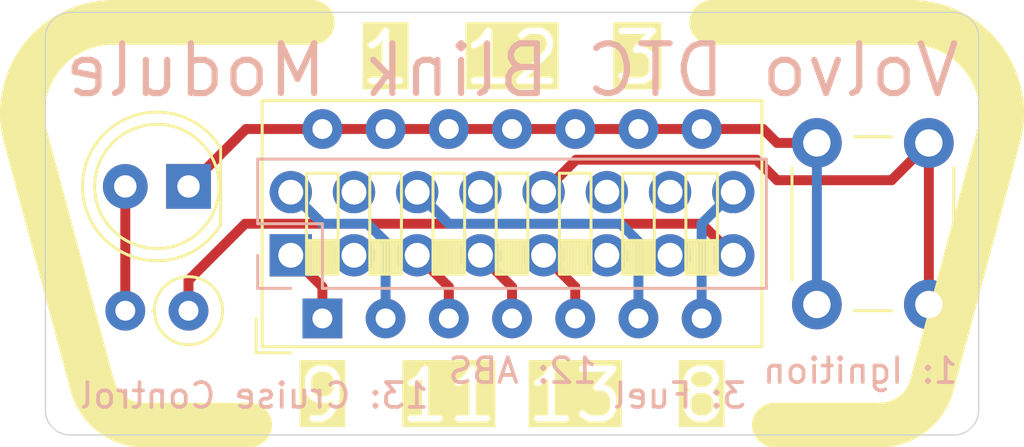
<source format=kicad_pcb>
(kicad_pcb (version 20240108) (generator "pcbnew") (generator_version "8.0")
  (layers (0 "F.Cu" signal) (31 "B.Cu" signal) (34 "B.Paste" user) (35 "F.Paste" user) (36 "B.SilkS" user "B.Silkscreen") (37 "F.SilkS" user "F.Silkscreen") (38 "B.Mask" user) (39 "F.Mask" user) (44 "Edge.Cuts" user))
  (net 0 "")
  (net 8 "Net-(J1-Pin_5)")
  (net 9 "+12V")
  (net 10 "Net-(J1-Pin_7)")
  (net 11 "Net-(J1-Pin_1)")
  (net 12 "Net-(J1-Pin_6)")
  (net 13 "Net-(J1-Pin_2)")
  (net 14 "GND")
  (net 15 "Net-(J1-Pin_16)")
  (net 16 "Net-(J1-Pin_9)")
  (net 17 "Net-(D1-K)")
  (net 18 "Net-(D1-A)")
  (footprint "Button_Switch_THT:SW_DIP_SPSTx07_Slide_9.78x19.96mm_W7.62mm_P2.54mm" (layer "F.Cu") (at 142.38 103.81 90)
    (property "Reference" "SW1" (hide yes))
    (property "Value" "SW_DIP_x07" (hide yes))
    (fp_line (start -1.38 -2.66) (end 0.004 -2.66) (stroke (width 0.12)) (layer "F.SilkS"))
    (fp_line (start -1.38 -2.66) (end -1.38 -1.277) (stroke (width 0.12)) (layer "F.SilkS"))
    (fp_line (start 8.76 -2.42) (end 8.76 17.661) (stroke (width 0.12)) (layer "F.SilkS"))
    (fp_line (start -1.14 -2.42) (end 8.76 -2.42) (stroke (width 0.12)) (layer "F.SilkS"))
    (fp_line (start -1.14 -2.42) (end -1.14 17.661) (stroke (width 0.12)) (layer "F.SilkS"))
    (fp_line (start 5.84 -0.635) (end 1.78 -0.635) (stroke (width 0.12)) (layer "F.SilkS"))
    (fp_line (start 3.133333 -0.635) (end 3.133333 0.635) (stroke (width 0.12)) (layer "F.SilkS"))
    (fp_line (start 1.78 -0.635) (end 1.78 0.635) (stroke (width 0.12)) (layer "F.SilkS"))
    (fp_line (start 1.78 -0.515) (end 3.133333 -0.515) (stroke (width 0.12)) (layer "F.SilkS"))
    (fp_line (start 1.78 -0.395) (end 3.133333 -0.395) (stroke (width 0.12)) (layer "F.SilkS"))
    (fp_line (start 1.78 -0.275) (end 3.133333 -0.275) (stroke (width 0.12)) (layer "F.SilkS"))
    (fp_line (start 1.78 -0.155) (end 3.133333 -0.155) (stroke (width 0.12)) (layer "F.SilkS"))
    (fp_line (start 1.78 -0.035) (end 3.133333 -0.035) (stroke (width 0.12)) (layer "F.SilkS"))
    (fp_line (start 1.78 0.085) (end 3.133333 0.085) (stroke (width 0.12)) (layer "F.SilkS"))
    (fp_line (start 1.78 0.205) (end 3.133333 0.205) (stroke (width 0.12)) (layer "F.SilkS"))
    (fp_line (start 1.78 0.325) (end 3.133333 0.325) (stroke (width 0.12)) (layer "F.SilkS"))
    (fp_line (start 1.78 0.445) (end 3.133333 0.445) (stroke (width 0.12)) (layer "F.SilkS"))
    (fp_line (start 1.78 0.565) (end 3.133333 0.565) (stroke (width 0.12)) (layer "F.SilkS"))
    (fp_line (start 5.84 0.635) (end 5.84 -0.635) (stroke (width 0.12)) (layer "F.SilkS"))
    (fp_line (start 1.78 0.635) (end 5.84 0.635) (stroke (width 0.12)) (layer "F.SilkS"))
    (fp_line (start 5.84 1.905) (end 1.78 1.905) (stroke (width 0.12)) (layer "F.SilkS"))
    (fp_line (start 3.133333 1.905) (end 3.133333 3.175) (stroke (width 0.12)) (layer "F.SilkS"))
    (fp_line (start 1.78 1.905) (end 1.78 3.175) (stroke (width 0.12)) (layer "F.SilkS"))
    (fp_line (start 1.78 2.025) (end 3.133333 2.025) (stroke (width 0.12)) (layer "F.SilkS"))
    (fp_line (start 1.78 2.145) (end 3.133333 2.145) (stroke (width 0.12)) (layer "F.SilkS"))
    (fp_line (start 1.78 2.265) (end 3.133333 2.265) (stroke (width 0.12)) (layer "F.SilkS"))
    (fp_line (start 1.78 2.385) (end 3.133333 2.385) (stroke (width 0.12)) (layer "F.SilkS"))
    (fp_line (start 1.78 2.505) (end 3.133333 2.505) (stroke (width 0.12)) (layer "F.SilkS"))
    (fp_line (start 1.78 2.625) (end 3.133333 2.625) (stroke (width 0.12)) (layer "F.SilkS"))
    (fp_line (start 1.78 2.745) (end 3.133333 2.745) (stroke (width 0.12)) (layer "F.SilkS"))
    (fp_line (start 1.78 2.865) (end 3.133333 2.865) (stroke (width 0.12)) (layer "F.SilkS"))
    (fp_line (start 1.78 2.985) (end 3.133333 2.985) (stroke (width 0.12)) (layer "F.SilkS"))
    (fp_line (start 1.78 3.105) (end 3.133333 3.105) (stroke (width 0.12)) (layer "F.SilkS"))
    (fp_line (start 5.84 3.175) (end 5.84 1.905) (stroke (width 0.12)) (layer "F.SilkS"))
    (fp_line (start 1.78 3.175) (end 5.84 3.175) (stroke (width 0.12)) (layer "F.SilkS"))
    (fp_line (start 5.84 4.445) (end 1.78 4.445) (stroke (width 0.12)) (layer "F.SilkS"))
    (fp_line (start 3.133333 4.445) (end 3.133333 5.715) (stroke (width 0.12)) (layer "F.SilkS"))
    (fp_line (start 1.78 4.445) (end 1.78 5.715) (stroke (width 0.12)) (layer "F.SilkS"))
    (fp_line (start 1.78 4.565) (end 3.133333 4.565) (stroke (width 0.12)) (layer "F.SilkS"))
    (fp_line (start 1.78 4.685) (end 3.133333 4.685) (stroke (width 0.12)) (layer "F.SilkS"))
    (fp_line (start 1.78 4.805) (end 3.133333 4.805) (stroke (width 0.12)) (layer "F.SilkS"))
    (fp_line (start 1.78 4.925) (end 3.133333 4.925) (stroke (width 0.12)) (layer "F.SilkS"))
    (fp_line (start 1.78 5.045) (end 3.133333 5.045) (stroke (width 0.12)) (layer "F.SilkS"))
    (fp_line (start 1.78 5.165) (end 3.133333 5.165) (stroke (width 0.12)) (layer "F.SilkS"))
    (fp_line (start 1.78 5.285) (end 3.133333 5.285) (stroke (width 0.12)) (layer "F.SilkS"))
    (fp_line (start 1.78 5.405) (end 3.133333 5.405) (stroke (width 0.12)) (layer "F.SilkS"))
    (fp_line (start 1.78 5.525) (end 3.133333 5.525) (stroke (width 0.12)) (layer "F.SilkS"))
    (fp_line (start 1.78 5.645) (end 3.133333 5.645) (stroke (width 0.12)) (layer "F.SilkS"))
    (fp_line (start 5.84 5.715) (end 5.84 4.445) (stroke (width 0.12)) (layer "F.SilkS"))
    (fp_line (start 1.78 5.715) (end 5.84 5.715) (stroke (width 0.12)) (layer "F.SilkS"))
    (fp_line (start 5.84 6.985) (end 1.78 6.985) (stroke (width 0.12)) (layer "F.SilkS"))
    (fp_line (start 3.133333 6.985) (end 3.133333 8.255) (stroke (width 0.12)) (layer "F.SilkS"))
    (fp_line (start 1.78 6.985) (end 1.78 8.255) (stroke (width 0.12)) (layer "F.SilkS"))
    (fp_line (start 1.78 7.105) (end 3.133333 7.105) (stroke (width 0.12)) (layer "F.SilkS"))
    (fp_line (start 1.78 7.225) (end 3.133333 7.225) (stroke (width 0.12)) (layer "F.SilkS"))
    (fp_line (start 1.78 7.345) (end 3.133333 7.345) (stroke (width 0.12)) (layer "F.SilkS"))
    (fp_line (start 1.78 7.465) (end 3.133333 7.465) (stroke (width 0.12)) (layer "F.SilkS"))
    (fp_line (start 1.78 7.585) (end 3.133333 7.585) (stroke (width 0.12)) (layer "F.SilkS"))
    (fp_line (start 1.78 7.705) (end 3.133333 7.705) (stroke (width 0.12)) (layer "F.SilkS"))
    (fp_line (start 1.78 7.825) (end 3.133333 7.825) (stroke (width 0.12)) (layer "F.SilkS"))
    (fp_line (start 1.78 7.945) (end 3.133333 7.945) (stroke (width 0.12)) (layer "F.SilkS"))
    (fp_line (start 1.78 8.065) (end 3.133333 8.065) (stroke (width 0.12)) (layer "F.SilkS"))
    (fp_line (start 1.78 8.185) (end 3.133333 8.185) (stroke (width 0.12)) (layer "F.SilkS"))
    (fp_line (start 5.84 8.255) (end 5.84 6.985) (stroke (width 0.12)) (layer "F.SilkS"))
    (fp_line (start 1.78 8.255) (end 5.84 8.255) (stroke (width 0.12)) (layer "F.SilkS"))
    (fp_line (start 5.84 9.525) (end 1.78 9.525) (stroke (width 0.12)) (layer "F.SilkS"))
    (fp_line (start 3.133333 9.525) (end 3.133333 10.795) (stroke (width 0.12)) (layer "F.SilkS"))
    (fp_line (start 1.78 9.525) (end 1.78 10.795) (stroke (width 0.12)) (layer "F.SilkS"))
    (fp_line (start 1.78 9.645) (end 3.133333 9.645) (stroke (width 0.12)) (layer "F.SilkS"))
    (fp_line (start 1.78 9.765) (end 3.133333 9.765) (stroke (width 0.12)) (layer "F.SilkS"))
    (fp_line (start 1.78 9.885) (end 3.133333 9.885) (stroke (width 0.12)) (layer "F.SilkS"))
    (fp_line (start 1.78 10.005) (end 3.133333 10.005) (stroke (width 0.12)) (layer "F.SilkS"))
    (fp_line (start 1.78 10.125) (end 3.133333 10.125) (stroke (width 0.12)) (layer "F.SilkS"))
    (fp_line (start 1.78 10.245) (end 3.133333 10.245) (stroke (width 0.12)) (layer "F.SilkS"))
    (fp_line (start 1.78 10.365) (end 3.133333 10.365) (stroke (width 0.12)) (layer "F.SilkS"))
    (fp_line (start 1.78 10.485) (end 3.133333 10.485) (stroke (width 0.12)) (layer "F.SilkS"))
    (fp_line (start 1.78 10.605) (end 3.133333 10.605) (stroke (width 0.12)) (layer "F.SilkS"))
    (fp_line (start 1.78 10.725) (end 3.133333 10.725) (stroke (width 0.12)) (layer "F.SilkS"))
    (fp_line (start 5.84 10.795) (end 5.84 9.525) (stroke (width 0.12)) (layer "F.SilkS"))
    (fp_line (start 1.78 10.795) (end 5.84 10.795) (stroke (width 0.12)) (layer "F.SilkS"))
    (fp_line (start 5.84 12.065) (end 1.78 12.065) (stroke (width 0.12)) (layer "F.SilkS"))
    (fp_line (start 3.133333 12.065) (end 3.133333 13.335) (stroke (width 0.12)) (layer "F.SilkS"))
    (fp_line (start 1.78 12.065) (end 1.78 13.335) (stroke (width 0.12)) (layer "F.SilkS"))
    (fp_line (start 1.78 12.185) (end 3.133333 12.185) (stroke (width 0.12)) (layer "F.SilkS"))
    (fp_line (start 1.78 12.305) (end 3.133333 12.305) (stroke (width 0.12)) (layer "F.SilkS"))
    (fp_line (start 1.78 12.425) (end 3.133333 12.425) (stroke (width 0.12)) (layer "F.SilkS"))
    (fp_line (start 1.78 12.545) (end 3.133333 12.545) (stroke (width 0.12)) (layer "F.SilkS"))
    (fp_line (start 1.78 12.665) (end 3.133333 12.665) (stroke (width 0.12)) (layer "F.SilkS"))
    (fp_line (start 1.78 12.785) (end 3.133333 12.785) (stroke (width 0.12)) (layer "F.SilkS"))
    (fp_line (start 1.78 12.905) (end 3.133333 12.905) (stroke (width 0.12)) (layer "F.SilkS"))
    (fp_line (start 1.78 13.025) (end 3.133333 13.025) (stroke (width 0.12)) (layer "F.SilkS"))
    (fp_line (start 1.78 13.145) (end 3.133333 13.145) (stroke (width 0.12)) (layer "F.SilkS"))
    (fp_line (start 1.78 13.265) (end 3.133333 13.265) (stroke (width 0.12)) (layer "F.SilkS"))
    (fp_line (start 5.84 13.335) (end 5.84 12.065) (stroke (width 0.12)) (layer "F.SilkS"))
    (fp_line (start 1.78 13.335) (end 5.84 13.335) (stroke (width 0.12)) (layer "F.SilkS"))
    (fp_line (start 5.84 14.605) (end 1.78 14.605) (stroke (width 0.12)) (layer "F.SilkS"))
    (fp_line (start 3.133333 14.605) (end 3.133333 15.875) (stroke (width 0.12)) (layer "F.SilkS"))
    (fp_line (start 1.78 14.605) (end 1.78 15.875) (stroke (width 0.12)) (layer "F.SilkS"))
    (fp_line (start 1.78 14.725) (end 3.133333 14.725) (stroke (width 0.12)) (layer "F.SilkS"))
    (fp_line (start 1.78 14.845) (end 3.133333 14.845) (stroke (width 0.12)) (layer "F.SilkS"))
    (fp_line (start 1.78 14.965) (end 3.133333 14.965) (stroke (width 0.12)) (layer "F.SilkS"))
    (fp_line (start 1.78 15.085) (end 3.133333 15.085) (stroke (width 0.12)) (layer "F.SilkS"))
    (fp_line (start 1.78 15.205) (end 3.133333 15.205) (stroke (width 0.12)) (layer "F.SilkS"))
    (fp_line (start 1.78 15.325) (end 3.133333 15.325) (stroke (width 0.12)) (layer "F.SilkS"))
    (fp_line (start 1.78 15.445) (end 3.133333 15.445) (stroke (width 0.12)) (layer "F.SilkS"))
    (fp_line (start 1.78 15.565) (end 3.133333 15.565) (stroke (width 0.12)) (layer "F.SilkS"))
    (fp_line (start 1.78 15.685) (end 3.133333 15.685) (stroke (width 0.12)) (layer "F.SilkS"))
    (fp_line (start 1.78 15.805) (end 3.133333 15.805) (stroke (width 0.12)) (layer "F.SilkS"))
    (fp_line (start 5.84 15.875) (end 5.84 14.605) (stroke (width 0.12)) (layer "F.SilkS"))
    (fp_line (start 1.78 15.875) (end 5.84 15.875) (stroke (width 0.12)) (layer "F.SilkS"))
    (fp_line (start -1.14 17.661) (end 8.76 17.661) (stroke (width 0.12)) (layer "F.SilkS"))
    (pad "1" thru_hole rect (at 0 0 90) (size 1.6 1.6) (drill 0.8) (layers "*.Cu" "*.Mask") (net 11 "Net-(J1-Pin_1)"))
    (pad "2" thru_hole oval (at 0 2.54 90) (size 1.6 1.6) (drill 0.8) (layers "*.Cu" "*.Mask") (net 13 "Net-(J1-Pin_2)"))
    (pad "3" thru_hole oval (at 0 5.08 90) (size 1.6 1.6) (drill 0.8) (layers "*.Cu" "*.Mask") (net 8 "Net-(J1-Pin_5)"))
    (pad "4" thru_hole oval (at 0 7.62 90) (size 1.6 1.6) (drill 0.8) (layers "*.Cu" "*.Mask") (net 10 "Net-(J1-Pin_7)"))
    (pad "5" thru_hole oval (at 0 10.16 90) (size 1.6 1.6) (drill 0.8) (layers "*.Cu" "*.Mask") (net 16 "Net-(J1-Pin_9)"))
    (pad "6" thru_hole oval (at 0 12.7 90) (size 1.6 1.6) (drill 0.8) (layers "*.Cu" "*.Mask") (net 12 "Net-(J1-Pin_6)"))
    (pad "7" thru_hole oval (at 0 15.24 90) (size 1.6 1.6) (drill 0.8) (layers "*.Cu" "*.Mask") (net 15 "Net-(J1-Pin_16)"))
    (pad "8" thru_hole oval (at 7.62 15.24 90) (size 1.6 1.6) (drill 0.8) (layers "*.Cu" "*.Mask") (net 17 "Net-(D1-K)"))
    (pad "9" thru_hole oval (at 7.62 12.7 90) (size 1.6 1.6) (drill 0.8) (layers "*.Cu" "*.Mask") (net 17 "Net-(D1-K)"))
    (pad "10" thru_hole oval (at 7.62 10.16 90) (size 1.6 1.6) (drill 0.8) (layers "*.Cu" "*.Mask") (net 17 "Net-(D1-K)"))
    (pad "11" thru_hole oval (at 7.62 7.62 90) (size 1.6 1.6) (drill 0.8) (layers "*.Cu" "*.Mask") (net 17 "Net-(D1-K)"))
    (pad "12" thru_hole oval (at 7.62 5.08 90) (size 1.6 1.6) (drill 0.8) (layers "*.Cu" "*.Mask") (net 17 "Net-(D1-K)"))
    (pad "13" thru_hole oval (at 7.62 2.54 90) (size 1.6 1.6) (drill 0.8) (layers "*.Cu" "*.Mask") (net 17 "Net-(D1-K)"))
    (pad "14" thru_hole oval (at 7.62 0 90) (size 1.6 1.6) (drill 0.8) (layers "*.Cu" "*.Mask") (net 17 "Net-(D1-K)"))
  )
  (footprint "LED_THT:LED_D5.0mm" (layer "F.Cu") (at 137 98.5 180)
    (property "Reference" "D1" (hide yes))
    (property "Value" "5mm" (hide yes))
    (fp_line (start -1.29 -1.545) (end -1.29 1.545) (stroke (width 0.12)) (layer "F.SilkS"))
    (fp_arc (start 4.26 -0.000462) (mid 2.072002 2.880433) (end -1.29 1.54483) (stroke (width 0.12)) (layer "F.SilkS"))
    (fp_arc (start -1.29 -1.54483) (mid 2.072002 -2.880433) (end 4.26 0.000462) (stroke (width 0.12)) (layer "F.SilkS"))
    (fp_circle (center 1.27 0) (end 3.77 0) (stroke (width 0.12)) (fill none) (layer "F.SilkS"))
    (pad "1" thru_hole rect (at 0 0 180) (size 1.8 1.8) (drill 0.9) (layers "*.Cu" "*.Mask") (net 17 "Net-(D1-K)"))
    (pad "2" thru_hole circle (at 2.54 0 180) (size 1.8 1.8) (drill 0.9) (layers "*.Cu" "*.Mask") (net 18 "Net-(D1-A)"))
  )
  (footprint "Resistor_THT:R_Axial_DIN0207_L6.3mm_D2.5mm_P2.54mm_Vertical" (layer "F.Cu") (at 137 103.5 180)
    (property "Reference" "R1" (hide yes))
    (property "Value" "820R" (hide yes))
    (fp_line (start 1.37 0) (end 1.44 0) (stroke (width 0.12)) (layer "F.SilkS"))
    (fp_circle (center 0 0) (end 1.37 0) (stroke (width 0.12)) (fill none) (layer "F.SilkS"))
    (pad "1" thru_hole circle (at 0 0 180) (size 1.6 1.6) (drill 0.8) (layers "*.Cu" "*.Mask") (net 9 "+12V"))
    (pad "2" thru_hole oval (at 2.54 0 180) (size 1.6 1.6) (drill 0.8) (layers "*.Cu" "*.Mask") (net 18 "Net-(D1-A)"))
  )
  (footprint "Button_Switch_THT:SW_PUSH_6mm" (layer "F.Cu") (at 162.25 103.25 90)
    (property "Reference" "SW2" (hide yes))
    (property "Value" "6x6mm" (hide yes))
    (fp_line (start 5.5 -1) (end 1 -1) (stroke (width 0.12)) (layer "F.SilkS"))
    (fp_line (start -0.25 1.5) (end -0.25 3) (stroke (width 0.12)) (layer "F.SilkS"))
    (fp_line (start 6.75 3) (end 6.75 1.5) (stroke (width 0.12)) (layer "F.SilkS"))
    (fp_line (start 1 5.5) (end 5.5 5.5) (stroke (width 0.12)) (layer "F.SilkS"))
    (pad "1" thru_hole circle (at 0 0 180) (size 2 2) (drill 1.1) (layers "*.Cu" "*.Mask") (net 17 "Net-(D1-K)"))
    (pad "1" thru_hole circle (at 6.5 0 180) (size 2 2) (drill 1.1) (layers "*.Cu" "*.Mask") (net 17 "Net-(D1-K)"))
    (pad "2" thru_hole circle (at 0 4.5 180) (size 2 2) (drill 1.1) (layers "*.Cu" "*.Mask") (net 14 "GND"))
    (pad "2" thru_hole circle (at 6.5 4.5 180) (size 2 2) (drill 1.1) (layers "*.Cu" "*.Mask") (net 14 "GND"))
  )
  (footprint "Connector_PinSocket_2.54mm:PinSocket_2x08_P2.54mm_Vertical" (layer "B.Cu") (at 141.11 101.27 -90)
    (property "Reference" "J1" (hide yes))
    (property "Value" "Conn_02x08_Odd_Even" (hide yes))
    (fp_line (start -1.27 1.33) (end -3.87 1.33) (stroke (width 0.12)) (layer "B.SilkS"))
    (fp_line (start 1.33 1.33) (end 0 1.33) (stroke (width 0.12)) (layer "B.SilkS"))
    (fp_line (start 1.33 0) (end 1.33 1.33) (stroke (width 0.12)) (layer "B.SilkS"))
    (fp_line (start -1.27 -1.27) (end -1.27 1.33) (stroke (width 0.12)) (layer "B.SilkS"))
    (fp_line (start 1.33 -1.27) (end -1.27 -1.27) (stroke (width 0.12)) (layer "B.SilkS"))
    (fp_line (start -3.87 -19.11) (end -3.87 1.33) (stroke (width 0.12)) (layer "B.SilkS"))
    (fp_line (start 1.33 -19.11) (end 1.33 -1.27) (stroke (width 0.12)) (layer "B.SilkS"))
    (fp_line (start 1.33 -19.11) (end -3.87 -19.11) (stroke (width 0.12)) (layer "B.SilkS"))
    (pad "1" thru_hole rect (at 0 0 270) (size 1.7 1.7) (drill 1) (layers "*.Cu" "*.Mask") (net 11 "Net-(J1-Pin_1)"))
    (pad "2" thru_hole oval (at -2.54 0 270) (size 1.7 1.7) (drill 1) (layers "*.Cu" "*.Mask") (net 13 "Net-(J1-Pin_2)"))
    (pad "3" thru_hole oval (at 0 -2.54 270) (size 1.7 1.7) (drill 1) (layers "*.Cu" "*.Mask"))
    (pad "4" thru_hole oval (at -2.54 -2.54 270) (size 1.7 1.7) (drill 1) (layers "*.Cu" "*.Mask"))
    (pad "5" thru_hole oval (at 0 -5.08 270) (size 1.7 1.7) (drill 1) (layers "*.Cu" "*.Mask") (net 8 "Net-(J1-Pin_5)"))
    (pad "6" thru_hole oval (at -2.54 -5.08 270) (size 1.7 1.7) (drill 1) (layers "*.Cu" "*.Mask") (net 12 "Net-(J1-Pin_6)"))
    (pad "7" thru_hole oval (at 0 -7.62 270) (size 1.7 1.7) (drill 1) (layers "*.Cu" "*.Mask") (net 10 "Net-(J1-Pin_7)"))
    (pad "8" thru_hole oval (at -2.54 -7.62 270) (size 1.7 1.7) (drill 1) (layers "*.Cu" "*.Mask"))
    (pad "9" thru_hole oval (at 0 -10.16 270) (size 1.7 1.7) (drill 1) (layers "*.Cu" "*.Mask") (net 16 "Net-(J1-Pin_9)"))
    (pad "10" thru_hole oval (at -2.54 -10.16 270) (size 1.7 1.7) (drill 1) (layers "*.Cu" "*.Mask") (net 14 "GND"))
    (pad "11" thru_hole oval (at 0 -12.7 270) (size 1.7 1.7) (drill 1) (layers "*.Cu" "*.Mask"))
    (pad "12" thru_hole oval (at -2.54 -12.7 270) (size 1.7 1.7) (drill 1) (layers "*.Cu" "*.Mask"))
    (pad "13" thru_hole oval (at 0 -15.24 270) (size 1.7 1.7) (drill 1) (layers "*.Cu" "*.Mask"))
    (pad "14" thru_hole oval (at -2.54 -15.24 270) (size 1.7 1.7) (drill 1) (layers "*.Cu" "*.Mask"))
    (pad "15" thru_hole oval (at 0 -17.78 270) (size 1.7 1.7) (drill 1) (layers "*.Cu" "*.Mask") (net 9 "+12V"))
    (pad "16" thru_hole oval (at -2.54 -17.78 270) (size 1.7 1.7) (drill 1) (layers "*.Cu" "*.Mask") (net 15 "Net-(J1-Pin_16)"))
  )
  (gr_line (start 158.025 91.9) (end 166.025 91.9) (stroke (width 1.8)) (layer "F.SilkS"))
  (gr_line (start 135.20876 108.1) (end 139.45876 108.1) (stroke (width 1.8)) (layer "F.SilkS"))
  (gr_arc (start 135.20876 108.1) (mid 133.899957 107.655705) (end 133.132055 106.506492) (stroke (width 1.8)) (layer "F.SilkS"))
  (gr_arc (start 130.4494 96.4947) (mid 131.079279 93.328038) (end 133.975 91.9) (stroke (width 1.8)) (layer "F.SilkS"))
  (gr_line (start 133.975 91.9) (end 141.975 91.9) (stroke (width 1.8)) (layer "F.SilkS"))
  (gr_line (start 169.5506 96.4947) (end 166.867945 106.506492) (stroke (width 1.8)) (layer "F.SilkS"))
  (gr_line (start 130.4494 96.4947) (end 133.132055 106.506492) (stroke (width 1.8)) (layer "F.SilkS"))
  (gr_line (start 160.54124 108.1) (end 164.79124 108.1) (stroke (width 1.8)) (layer "F.SilkS"))
  (gr_arc (start 166.025 91.9) (mid 168.920741 93.328023) (end 169.5506 96.4947) (stroke (width 1.8)) (layer "F.SilkS"))
  (gr_arc (start 166.867945 106.506492) (mid 166.100051 107.655715) (end 164.79124 108.1) (stroke (width 1.8)) (layer "F.SilkS"))
  (gr_arc (start 167.75 91.5) (mid 168.457107 91.792893) (end 168.75 92.5) (stroke (width 0.05)) (layer "Edge.Cuts"))
  (gr_arc (start 131.25 92.5) (mid 131.542893 91.792893) (end 132.25 91.5) (stroke (width 0.05)) (layer "Edge.Cuts"))
  (gr_line (start 131.25 107.5) (end 131.25 92.5) (stroke (width 0.05)) (layer "Edge.Cuts"))
  (gr_arc (start 132.25 108.5) (mid 131.542893 108.207107) (end 131.25 107.5) (stroke (width 0.05)) (layer "Edge.Cuts"))
  (gr_line (start 168.75 92.5) (end 168.75 107.5) (stroke (width 0.05)) (layer "Edge.Cuts"))
  (gr_line (start 167.75 108.5) (end 132.25 108.5) (stroke (width 0.05)) (layer "Edge.Cuts"))
  (gr_line (start 132.25 91.5) (end 167.75 91.5) (stroke (width 0.05)) (layer "Edge.Cuts"))
  (gr_arc (start 168.75 107.5) (mid 168.457107 108.207107) (end 167.75 108.5) (stroke (width 0.05)) (layer "Edge.Cuts"))
  (gr_text "13: Cruise Control" (at 146.75 107.5 0) (layer "B.SilkS") (effects (font (size 1 1)) (justify left bottom mirror)))
  (gr_text "12: ABS" (at 153.5 106.5 0) (layer "B.SilkS") (effects (font (size 1 1)) (justify left bottom mirror)))
  (gr_text "1: Ignition" (at 168 106.5 0) (layer "B.SilkS") (effects (font (size 1 1)) (justify left bottom mirror)))
  (gr_text "Volvo DTC Blink Module" (at 150 95 0) (layer "B.SilkS") (effects (font (size 2 2) (thickness 0.25)) (justify bottom mirror)))
  (gr_text "3: Fuel" (at 159.5 107.5 0) (layer "B.SilkS") (effects (font (size 1 1)) (justify left bottom mirror)))
  (gr_text "13" (at 152.54 105.75 0) (layer "F.SilkS" knockout) (effects (font (size 2 2) (thickness 0.25)) (justify top)))
  (gr_text "12" (at 150 94.5 0) (layer "F.SilkS" knockout) (effects (font (size 2 2) (thickness 0.25)) (justify bottom)))
  (gr_text "9" (at 142.38 105.75 0) (layer "F.SilkS" knockout) (effects (font (size 2 2) (thickness 0.25)) (justify top)))
  (gr_text "1" (at 144.92 94.5 0) (layer "F.SilkS" knockout) (effects (font (size 2 2) (thickness 0.25)) (justify bottom)))
  (gr_text "11" (at 147.46 105.75 0) (layer "F.SilkS" knockout) (effects (font (size 2 2) (thickness 0.25)) (justify top)))
  (gr_text "8" (at 157.62 105.75 0) (layer "F.SilkS" knockout) (effects (font (size 2 2) (thickness 0.25)) (justify top)))
  (gr_text "3" (at 155.08 94.5 0) (layer "F.SilkS" knockout) (effects (font (size 2 2) (thickness 0.25)) (justify bottom)))
  (segment (start 147.46 103.81) (end 147.46 102.54) (width 0.4) (layer "F.Cu") (net 8))
  (segment (start 147.46 102.54) (end 146.19 101.27) (width 0.4) (layer "F.Cu") (net 8))
  (segment (start 139.275 100) (end 157.62 100) (width 0.4) (layer "F.Cu") (net 9))
  (segment (start 137 102.275) (end 139.275 100) (width 0.4) (layer "F.Cu") (net 9))
  (segment (start 137 103.5) (end 137 102.275) (width 0.4) (layer "F.Cu") (net 9))
  (segment (start 157.62 100) (end 158.89 101.27) (width 0.4) (layer "F.Cu") (net 9))
  (segment (start 150 103.81) (end 150 102.54) (width 0.4) (layer "F.Cu") (net 10))
  (segment (start 150 102.54) (end 148.73 101.27) (width 0.4) (layer "F.Cu") (net 10))
  (segment (start 142.38 103.81) (end 142.38 102.54) (width 0.4) (layer "F.Cu") (net 11))
  (segment (start 142.38 102.54) (end 141.11 101.27) (width 0.4) (layer "F.Cu") (net 11))
  (segment (start 155.08 100.724) (end 154.356 100) (width 0.4) (layer "B.Cu") (net 12))
  (segment (start 147.46 100) (end 146.19 98.73) (width 0.4) (layer "B.Cu") (net 12))
  (segment (start 155.08 103.81) (end 155.08 100.724) (width 0.4) (layer "B.Cu") (net 12))
  (segment (start 154.356 100) (end 147.46 100) (width 0.4) (layer "B.Cu") (net 12))
  (segment (start 144.92 103.81) (end 144.92 100.724) (width 0.4) (layer "B.Cu") (net 13))
  (segment (start 144.196 100) (end 142.38 100) (width 0.4) (layer "B.Cu") (net 13))
  (segment (start 142.38 100) (end 141.11 98.73) (width 0.4) (layer "B.Cu") (net 13))
  (segment (start 144.92 100.724) (end 144.196 100) (width 0.4) (layer "B.Cu") (net 13))
  (segment (start 166.75 96.75) (end 166.75 103.25) (width 0.4) (layer "F.Cu") (net 14))
  (segment (start 151.27 98.73) (end 152.575 97.425) (width 0.4) (layer "F.Cu") (net 14))
  (segment (start 160.65 98.25) (end 165.25 98.25) (width 0.4) (layer "F.Cu") (net 14))
  (segment (start 152.575 97.425) (end 159.825 97.425) (width 0.4) (layer "F.Cu") (net 14))
  (segment (start 159.825 97.425) (end 160.65 98.25) (width 0.4) (layer "F.Cu") (net 14))
  (segment (start 165.25 98.25) (end 166.75 96.75) (width 0.4) (layer "F.Cu") (net 14))
  (segment (start 157.62 100) (end 158.89 98.73) (width 0.4) (layer "B.Cu") (net 15))
  (segment (start 157.62 103.81) (end 157.62 100) (width 0.4) (layer "B.Cu") (net 15))
  (segment (start 152.54 102.54) (end 151.27 101.27) (width 0.4) (layer "F.Cu") (net 16))
  (segment (start 152.54 103.81) (end 152.54 102.54) (width 0.4) (layer "F.Cu") (net 16))
  (segment (start 160.65 96.75) (end 162.25 96.75) (width 0.4) (layer "F.Cu") (net 17))
  (segment (start 139.31 96.19) (end 142.38 96.19) (width 0.4) (layer "F.Cu") (net 17))
  (segment (start 137 98.5) (end 139.31 96.19) (width 0.4) (layer "F.Cu") (net 17))
  (segment (start 160.09 96.19) (end 160.65 96.75) (width 0.4) (layer "F.Cu") (net 17))
  (segment (start 142.38 96.19) (end 160.09 96.19) (width 0.4) (layer "F.Cu") (net 17))
  (segment (start 162.25 96.75) (end 162.25 103.25) (width 0.4) (layer "B.Cu") (net 17))
  (segment (start 134.46 98.5) (end 134.46 103.5) (width 0.4) (layer "F.Cu") (net 18))
)
</source>
